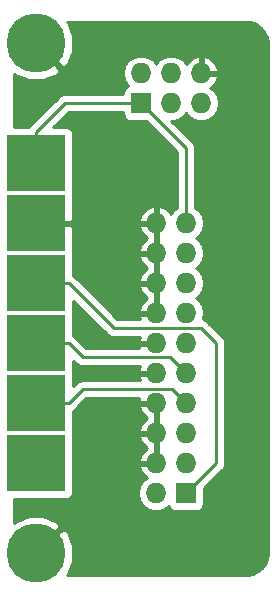
<source format=gbl>
G04 #@! TF.GenerationSoftware,KiCad,Pcbnew,5.0.2+dfsg1-1*
G04 #@! TF.CreationDate,2019-05-16T22:01:56-07:00*
G04 #@! TF.ProjectId,jlink-c2d-adapter,6a6c696e-6b2d-4633-9264-2d6164617074,rev?*
G04 #@! TF.SameCoordinates,Original*
G04 #@! TF.FileFunction,Copper,L2,Bot*
G04 #@! TF.FilePolarity,Positive*
%FSLAX46Y46*%
G04 Gerber Fmt 4.6, Leading zero omitted, Abs format (unit mm)*
G04 Created by KiCad (PCBNEW 5.0.2+dfsg1-1) date Thu 16 May 2019 10:01:56 PM PDT*
%MOMM*%
%LPD*%
G01*
G04 APERTURE LIST*
G04 #@! TA.AperFunction,ComponentPad*
%ADD10R,5.000000X4.800000*%
G04 #@! TD*
G04 #@! TA.AperFunction,ComponentPad*
%ADD11R,1.727200X1.727200*%
G04 #@! TD*
G04 #@! TA.AperFunction,ComponentPad*
%ADD12O,1.727200X1.727200*%
G04 #@! TD*
G04 #@! TA.AperFunction,ComponentPad*
%ADD13C,5.000000*%
G04 #@! TD*
G04 #@! TA.AperFunction,Conductor*
%ADD14C,0.250000*%
G04 #@! TD*
G04 #@! TA.AperFunction,Conductor*
%ADD15C,0.254000*%
G04 #@! TD*
G04 APERTURE END LIST*
D10*
G04 #@! TO.P,J4,6*
G04 #@! TO.N,/~RESET*
X114300000Y-96520000D03*
G04 #@! TO.P,J4,5*
G04 #@! TO.N,/TMS_C2D*
X114300000Y-91440000D03*
G04 #@! TO.P,J4,4*
G04 #@! TO.N,/TCK_C2CK*
X114300000Y-86360000D03*
G04 #@! TO.P,J4,3*
G04 #@! TO.N,+3V3*
X114300000Y-81280000D03*
G04 #@! TO.P,J4,2*
G04 #@! TO.N,GND*
X114300000Y-76200000D03*
G04 #@! TO.P,J4,1*
G04 #@! TO.N,+5V*
X114300000Y-71120000D03*
G04 #@! TD*
D11*
G04 #@! TO.P,J1,1*
G04 #@! TO.N,+3V3*
X127000000Y-99060000D03*
D12*
G04 #@! TO.P,J1,2*
G04 #@! TO.N,N/C*
X124460000Y-99060000D03*
G04 #@! TO.P,J1,3*
X127000000Y-96520000D03*
G04 #@! TO.P,J1,4*
G04 #@! TO.N,GND*
X124460000Y-96520000D03*
G04 #@! TO.P,J1,5*
G04 #@! TO.N,N/C*
X127000000Y-93980000D03*
G04 #@! TO.P,J1,6*
G04 #@! TO.N,GND*
X124460000Y-93980000D03*
G04 #@! TO.P,J1,7*
G04 #@! TO.N,/TMS_C2D*
X127000000Y-91440000D03*
G04 #@! TO.P,J1,8*
G04 #@! TO.N,GND*
X124460000Y-91440000D03*
G04 #@! TO.P,J1,9*
G04 #@! TO.N,/TCK_C2CK*
X127000000Y-88900000D03*
G04 #@! TO.P,J1,10*
G04 #@! TO.N,GND*
X124460000Y-88900000D03*
G04 #@! TO.P,J1,11*
G04 #@! TO.N,N/C*
X127000000Y-86360000D03*
G04 #@! TO.P,J1,12*
G04 #@! TO.N,GND*
X124460000Y-86360000D03*
G04 #@! TO.P,J1,13*
G04 #@! TO.N,N/C*
X127000000Y-83820000D03*
G04 #@! TO.P,J1,14*
G04 #@! TO.N,GND*
X124460000Y-83820000D03*
G04 #@! TO.P,J1,15*
G04 #@! TO.N,N/C*
X127000000Y-81280000D03*
G04 #@! TO.P,J1,16*
G04 #@! TO.N,GND*
X124460000Y-81280000D03*
G04 #@! TO.P,J1,17*
G04 #@! TO.N,N/C*
X127000000Y-78740000D03*
G04 #@! TO.P,J1,18*
G04 #@! TO.N,GND*
X124460000Y-78740000D03*
G04 #@! TO.P,J1,19*
G04 #@! TO.N,+5V*
X127000000Y-76200000D03*
G04 #@! TO.P,J1,20*
G04 #@! TO.N,GND*
X124460000Y-76200000D03*
G04 #@! TD*
D11*
G04 #@! TO.P,J2,1*
G04 #@! TO.N,+5V*
X123190000Y-66040000D03*
D12*
G04 #@! TO.P,J2,2*
G04 #@! TO.N,+3V3*
X123190000Y-63500000D03*
G04 #@! TO.P,J2,3*
G04 #@! TO.N,/TCK_C2CK*
X125730000Y-66040000D03*
G04 #@! TO.P,J2,4*
G04 #@! TO.N,/TMS_C2D*
X125730000Y-63500000D03*
G04 #@! TO.P,J2,5*
G04 #@! TO.N,/~RESET*
X128270000Y-66040000D03*
G04 #@! TO.P,J2,6*
G04 #@! TO.N,GND*
X128270000Y-63500000D03*
G04 #@! TD*
D13*
G04 #@! TO.P,REF\002A\002A,1*
G04 #@! TO.N,GND*
X114300000Y-60960000D03*
G04 #@! TD*
G04 #@! TO.P,REF\002A\002A,1*
G04 #@! TO.N,GND*
X114300000Y-104140000D03*
G04 #@! TD*
D14*
G04 #@! TO.N,+5V*
X116730000Y-66040000D02*
X114300000Y-68470000D01*
X123190000Y-66040000D02*
X116730000Y-66040000D01*
X114300000Y-68470000D02*
X114300000Y-71120000D01*
X127000000Y-76200000D02*
X127000000Y-69850000D01*
X127000000Y-69850000D02*
X123190000Y-66040000D01*
G04 #@! TO.N,/TMS_C2D*
X118238601Y-90251399D02*
X117050000Y-91440000D01*
X127000000Y-91440000D02*
X125811399Y-90251399D01*
X125811399Y-90251399D02*
X118238601Y-90251399D01*
X117050000Y-91440000D02*
X114300000Y-91440000D01*
G04 #@! TO.N,/TCK_C2CK*
X127000000Y-88900000D02*
X125648601Y-87548601D01*
X118238601Y-87548601D02*
X117050000Y-86360000D01*
X125648601Y-87548601D02*
X118238601Y-87548601D01*
X117050000Y-86360000D02*
X114300000Y-86360000D01*
G04 #@! TO.N,+3V3*
X117050000Y-81280000D02*
X120860000Y-85090000D01*
X114300000Y-81280000D02*
X117050000Y-81280000D01*
X120860000Y-85090000D02*
X128270000Y-85090000D01*
X128270000Y-85090000D02*
X129540000Y-86360000D01*
X129540000Y-86360000D02*
X129540000Y-96520000D01*
X129540000Y-96520000D02*
X127000000Y-99060000D01*
G04 #@! TD*
D15*
G04 #@! TO.N,GND*
G36*
X132533698Y-59192958D02*
X132958893Y-59361305D01*
X133328858Y-59630101D01*
X133620356Y-59982462D01*
X133815067Y-60396244D01*
X133907093Y-60878662D01*
X133910000Y-60971164D01*
X133910001Y-104095326D01*
X133847042Y-104593699D01*
X133678697Y-105018889D01*
X133409899Y-105388859D01*
X133057541Y-105680355D01*
X132643756Y-105875067D01*
X132161339Y-105967093D01*
X132068836Y-105970000D01*
X116875405Y-105970000D01*
X116958564Y-105914579D01*
X117435294Y-104762108D01*
X117434705Y-103514928D01*
X116958564Y-102365421D01*
X116535880Y-102083725D01*
X114479605Y-104140000D01*
X114493748Y-104154143D01*
X114314143Y-104333748D01*
X114300000Y-104319605D01*
X114285858Y-104333748D01*
X114106253Y-104154143D01*
X114120395Y-104140000D01*
X114106253Y-104125858D01*
X114285858Y-103946253D01*
X114300000Y-103960395D01*
X116356275Y-101904120D01*
X116074579Y-101481436D01*
X114922108Y-101004706D01*
X113674928Y-101005295D01*
X112525421Y-101481436D01*
X112470000Y-101564595D01*
X112470000Y-99567440D01*
X116800000Y-99567440D01*
X117047765Y-99518157D01*
X117257809Y-99377809D01*
X117398157Y-99167765D01*
X117447440Y-98920000D01*
X117447440Y-94339026D01*
X123005042Y-94339026D01*
X123177312Y-94754947D01*
X123571510Y-95186821D01*
X123706313Y-95250000D01*
X123571510Y-95313179D01*
X123177312Y-95745053D01*
X123005042Y-96160974D01*
X123126183Y-96393000D01*
X124333000Y-96393000D01*
X124333000Y-94107000D01*
X123126183Y-94107000D01*
X123005042Y-94339026D01*
X117447440Y-94339026D01*
X117447440Y-94120000D01*
X117419593Y-93980000D01*
X117447440Y-93840000D01*
X117447440Y-92088483D01*
X117597929Y-91987929D01*
X117640331Y-91924470D01*
X117765775Y-91799026D01*
X123005042Y-91799026D01*
X123177312Y-92214947D01*
X123571510Y-92646821D01*
X123706313Y-92710000D01*
X123571510Y-92773179D01*
X123177312Y-93205053D01*
X123005042Y-93620974D01*
X123126183Y-93853000D01*
X124333000Y-93853000D01*
X124333000Y-91567000D01*
X123126183Y-91567000D01*
X123005042Y-91799026D01*
X117765775Y-91799026D01*
X118553403Y-91011399D01*
X123033859Y-91011399D01*
X123005042Y-91080974D01*
X123126183Y-91313000D01*
X124333000Y-91313000D01*
X124333000Y-91293000D01*
X124587000Y-91293000D01*
X124587000Y-91313000D01*
X124607000Y-91313000D01*
X124607000Y-91567000D01*
X124587000Y-91567000D01*
X124587000Y-93853000D01*
X124607000Y-93853000D01*
X124607000Y-94107000D01*
X124587000Y-94107000D01*
X124587000Y-96393000D01*
X124607000Y-96393000D01*
X124607000Y-96647000D01*
X124587000Y-96647000D01*
X124587000Y-96667000D01*
X124333000Y-96667000D01*
X124333000Y-96647000D01*
X123126183Y-96647000D01*
X123005042Y-96879026D01*
X123177312Y-97294947D01*
X123571510Y-97726821D01*
X123681021Y-97778146D01*
X123379570Y-97979570D01*
X123048350Y-98475275D01*
X122932041Y-99060000D01*
X123048350Y-99644725D01*
X123379570Y-100140430D01*
X123875275Y-100471650D01*
X124312402Y-100558600D01*
X124607598Y-100558600D01*
X125044725Y-100471650D01*
X125533068Y-100145349D01*
X125538243Y-100171365D01*
X125678591Y-100381409D01*
X125888635Y-100521757D01*
X126136400Y-100571040D01*
X127863600Y-100571040D01*
X128111365Y-100521757D01*
X128321409Y-100381409D01*
X128461757Y-100171365D01*
X128511040Y-99923600D01*
X128511040Y-98623762D01*
X130024476Y-97110327D01*
X130087929Y-97067929D01*
X130130327Y-97004476D01*
X130130329Y-97004474D01*
X130255903Y-96816538D01*
X130255904Y-96816537D01*
X130300000Y-96594852D01*
X130300000Y-96594848D01*
X130314888Y-96520001D01*
X130300000Y-96445154D01*
X130300000Y-86434846D01*
X130314888Y-86359999D01*
X130300000Y-86285152D01*
X130300000Y-86285148D01*
X130255904Y-86063463D01*
X130087929Y-85812071D01*
X130024473Y-85769671D01*
X128860331Y-84605530D01*
X128817929Y-84542071D01*
X128566537Y-84374096D01*
X128423406Y-84345625D01*
X128527959Y-83820000D01*
X128411650Y-83235275D01*
X128080430Y-82739570D01*
X127796719Y-82550000D01*
X128080430Y-82360430D01*
X128411650Y-81864725D01*
X128527959Y-81280000D01*
X128411650Y-80695275D01*
X128080430Y-80199570D01*
X127796719Y-80010000D01*
X128080430Y-79820430D01*
X128411650Y-79324725D01*
X128527959Y-78740000D01*
X128411650Y-78155275D01*
X128080430Y-77659570D01*
X127796719Y-77470000D01*
X128080430Y-77280430D01*
X128411650Y-76784725D01*
X128527959Y-76200000D01*
X128411650Y-75615275D01*
X128080430Y-75119570D01*
X127760000Y-74905465D01*
X127760000Y-69924848D01*
X127774888Y-69850000D01*
X127760000Y-69775152D01*
X127760000Y-69775148D01*
X127715904Y-69553463D01*
X127715904Y-69553462D01*
X127590329Y-69365527D01*
X127547929Y-69302071D01*
X127484473Y-69259671D01*
X125763402Y-67538600D01*
X125877598Y-67538600D01*
X126314725Y-67451650D01*
X126810430Y-67120430D01*
X127000000Y-66836719D01*
X127189570Y-67120430D01*
X127685275Y-67451650D01*
X128122402Y-67538600D01*
X128417598Y-67538600D01*
X128854725Y-67451650D01*
X129350430Y-67120430D01*
X129681650Y-66624725D01*
X129797959Y-66040000D01*
X129681650Y-65455275D01*
X129350430Y-64959570D01*
X129062174Y-64766963D01*
X129476821Y-64388490D01*
X129724968Y-63859027D01*
X129604469Y-63627000D01*
X128397000Y-63627000D01*
X128397000Y-63647000D01*
X128143000Y-63647000D01*
X128143000Y-63627000D01*
X128123000Y-63627000D01*
X128123000Y-63373000D01*
X128143000Y-63373000D01*
X128143000Y-62166183D01*
X128397000Y-62166183D01*
X128397000Y-63373000D01*
X129604469Y-63373000D01*
X129724968Y-63140973D01*
X129476821Y-62611510D01*
X129044947Y-62217312D01*
X128629026Y-62045042D01*
X128397000Y-62166183D01*
X128143000Y-62166183D01*
X127910974Y-62045042D01*
X127495053Y-62217312D01*
X127063179Y-62611510D01*
X127011854Y-62721021D01*
X126810430Y-62419570D01*
X126314725Y-62088350D01*
X125877598Y-62001400D01*
X125582402Y-62001400D01*
X125145275Y-62088350D01*
X124649570Y-62419570D01*
X124460000Y-62703281D01*
X124270430Y-62419570D01*
X123774725Y-62088350D01*
X123337598Y-62001400D01*
X123042402Y-62001400D01*
X122605275Y-62088350D01*
X122109570Y-62419570D01*
X121778350Y-62915275D01*
X121662041Y-63500000D01*
X121778350Y-64084725D01*
X122104651Y-64573068D01*
X122078635Y-64578243D01*
X121868591Y-64718591D01*
X121728243Y-64928635D01*
X121678960Y-65176400D01*
X121678960Y-65280000D01*
X116804847Y-65280000D01*
X116730000Y-65265112D01*
X116655153Y-65280000D01*
X116655148Y-65280000D01*
X116433463Y-65324096D01*
X116182071Y-65492071D01*
X116139671Y-65555527D01*
X113815530Y-67879669D01*
X113752071Y-67922071D01*
X113651518Y-68072560D01*
X112470000Y-68072560D01*
X112470000Y-63535405D01*
X112525421Y-63618564D01*
X113677892Y-64095294D01*
X114925072Y-64094705D01*
X116074579Y-63618564D01*
X116356275Y-63195880D01*
X114300000Y-61139605D01*
X114285858Y-61153748D01*
X114106253Y-60974143D01*
X114120395Y-60960000D01*
X114106253Y-60945858D01*
X114285858Y-60766253D01*
X114300000Y-60780395D01*
X114314143Y-60766253D01*
X114493748Y-60945858D01*
X114479605Y-60960000D01*
X116535880Y-63016275D01*
X116958564Y-62734579D01*
X117435294Y-61582108D01*
X117434705Y-60334928D01*
X116958564Y-59185421D01*
X116875405Y-59130000D01*
X132035334Y-59130000D01*
X132533698Y-59192958D01*
X132533698Y-59192958D01*
G37*
X132533698Y-59192958D02*
X132958893Y-59361305D01*
X133328858Y-59630101D01*
X133620356Y-59982462D01*
X133815067Y-60396244D01*
X133907093Y-60878662D01*
X133910000Y-60971164D01*
X133910001Y-104095326D01*
X133847042Y-104593699D01*
X133678697Y-105018889D01*
X133409899Y-105388859D01*
X133057541Y-105680355D01*
X132643756Y-105875067D01*
X132161339Y-105967093D01*
X132068836Y-105970000D01*
X116875405Y-105970000D01*
X116958564Y-105914579D01*
X117435294Y-104762108D01*
X117434705Y-103514928D01*
X116958564Y-102365421D01*
X116535880Y-102083725D01*
X114479605Y-104140000D01*
X114493748Y-104154143D01*
X114314143Y-104333748D01*
X114300000Y-104319605D01*
X114285858Y-104333748D01*
X114106253Y-104154143D01*
X114120395Y-104140000D01*
X114106253Y-104125858D01*
X114285858Y-103946253D01*
X114300000Y-103960395D01*
X116356275Y-101904120D01*
X116074579Y-101481436D01*
X114922108Y-101004706D01*
X113674928Y-101005295D01*
X112525421Y-101481436D01*
X112470000Y-101564595D01*
X112470000Y-99567440D01*
X116800000Y-99567440D01*
X117047765Y-99518157D01*
X117257809Y-99377809D01*
X117398157Y-99167765D01*
X117447440Y-98920000D01*
X117447440Y-94339026D01*
X123005042Y-94339026D01*
X123177312Y-94754947D01*
X123571510Y-95186821D01*
X123706313Y-95250000D01*
X123571510Y-95313179D01*
X123177312Y-95745053D01*
X123005042Y-96160974D01*
X123126183Y-96393000D01*
X124333000Y-96393000D01*
X124333000Y-94107000D01*
X123126183Y-94107000D01*
X123005042Y-94339026D01*
X117447440Y-94339026D01*
X117447440Y-94120000D01*
X117419593Y-93980000D01*
X117447440Y-93840000D01*
X117447440Y-92088483D01*
X117597929Y-91987929D01*
X117640331Y-91924470D01*
X117765775Y-91799026D01*
X123005042Y-91799026D01*
X123177312Y-92214947D01*
X123571510Y-92646821D01*
X123706313Y-92710000D01*
X123571510Y-92773179D01*
X123177312Y-93205053D01*
X123005042Y-93620974D01*
X123126183Y-93853000D01*
X124333000Y-93853000D01*
X124333000Y-91567000D01*
X123126183Y-91567000D01*
X123005042Y-91799026D01*
X117765775Y-91799026D01*
X118553403Y-91011399D01*
X123033859Y-91011399D01*
X123005042Y-91080974D01*
X123126183Y-91313000D01*
X124333000Y-91313000D01*
X124333000Y-91293000D01*
X124587000Y-91293000D01*
X124587000Y-91313000D01*
X124607000Y-91313000D01*
X124607000Y-91567000D01*
X124587000Y-91567000D01*
X124587000Y-93853000D01*
X124607000Y-93853000D01*
X124607000Y-94107000D01*
X124587000Y-94107000D01*
X124587000Y-96393000D01*
X124607000Y-96393000D01*
X124607000Y-96647000D01*
X124587000Y-96647000D01*
X124587000Y-96667000D01*
X124333000Y-96667000D01*
X124333000Y-96647000D01*
X123126183Y-96647000D01*
X123005042Y-96879026D01*
X123177312Y-97294947D01*
X123571510Y-97726821D01*
X123681021Y-97778146D01*
X123379570Y-97979570D01*
X123048350Y-98475275D01*
X122932041Y-99060000D01*
X123048350Y-99644725D01*
X123379570Y-100140430D01*
X123875275Y-100471650D01*
X124312402Y-100558600D01*
X124607598Y-100558600D01*
X125044725Y-100471650D01*
X125533068Y-100145349D01*
X125538243Y-100171365D01*
X125678591Y-100381409D01*
X125888635Y-100521757D01*
X126136400Y-100571040D01*
X127863600Y-100571040D01*
X128111365Y-100521757D01*
X128321409Y-100381409D01*
X128461757Y-100171365D01*
X128511040Y-99923600D01*
X128511040Y-98623762D01*
X130024476Y-97110327D01*
X130087929Y-97067929D01*
X130130327Y-97004476D01*
X130130329Y-97004474D01*
X130255903Y-96816538D01*
X130255904Y-96816537D01*
X130300000Y-96594852D01*
X130300000Y-96594848D01*
X130314888Y-96520001D01*
X130300000Y-96445154D01*
X130300000Y-86434846D01*
X130314888Y-86359999D01*
X130300000Y-86285152D01*
X130300000Y-86285148D01*
X130255904Y-86063463D01*
X130087929Y-85812071D01*
X130024473Y-85769671D01*
X128860331Y-84605530D01*
X128817929Y-84542071D01*
X128566537Y-84374096D01*
X128423406Y-84345625D01*
X128527959Y-83820000D01*
X128411650Y-83235275D01*
X128080430Y-82739570D01*
X127796719Y-82550000D01*
X128080430Y-82360430D01*
X128411650Y-81864725D01*
X128527959Y-81280000D01*
X128411650Y-80695275D01*
X128080430Y-80199570D01*
X127796719Y-80010000D01*
X128080430Y-79820430D01*
X128411650Y-79324725D01*
X128527959Y-78740000D01*
X128411650Y-78155275D01*
X128080430Y-77659570D01*
X127796719Y-77470000D01*
X128080430Y-77280430D01*
X128411650Y-76784725D01*
X128527959Y-76200000D01*
X128411650Y-75615275D01*
X128080430Y-75119570D01*
X127760000Y-74905465D01*
X127760000Y-69924848D01*
X127774888Y-69850000D01*
X127760000Y-69775152D01*
X127760000Y-69775148D01*
X127715904Y-69553463D01*
X127715904Y-69553462D01*
X127590329Y-69365527D01*
X127547929Y-69302071D01*
X127484473Y-69259671D01*
X125763402Y-67538600D01*
X125877598Y-67538600D01*
X126314725Y-67451650D01*
X126810430Y-67120430D01*
X127000000Y-66836719D01*
X127189570Y-67120430D01*
X127685275Y-67451650D01*
X128122402Y-67538600D01*
X128417598Y-67538600D01*
X128854725Y-67451650D01*
X129350430Y-67120430D01*
X129681650Y-66624725D01*
X129797959Y-66040000D01*
X129681650Y-65455275D01*
X129350430Y-64959570D01*
X129062174Y-64766963D01*
X129476821Y-64388490D01*
X129724968Y-63859027D01*
X129604469Y-63627000D01*
X128397000Y-63627000D01*
X128397000Y-63647000D01*
X128143000Y-63647000D01*
X128143000Y-63627000D01*
X128123000Y-63627000D01*
X128123000Y-63373000D01*
X128143000Y-63373000D01*
X128143000Y-62166183D01*
X128397000Y-62166183D01*
X128397000Y-63373000D01*
X129604469Y-63373000D01*
X129724968Y-63140973D01*
X129476821Y-62611510D01*
X129044947Y-62217312D01*
X128629026Y-62045042D01*
X128397000Y-62166183D01*
X128143000Y-62166183D01*
X127910974Y-62045042D01*
X127495053Y-62217312D01*
X127063179Y-62611510D01*
X127011854Y-62721021D01*
X126810430Y-62419570D01*
X126314725Y-62088350D01*
X125877598Y-62001400D01*
X125582402Y-62001400D01*
X125145275Y-62088350D01*
X124649570Y-62419570D01*
X124460000Y-62703281D01*
X124270430Y-62419570D01*
X123774725Y-62088350D01*
X123337598Y-62001400D01*
X123042402Y-62001400D01*
X122605275Y-62088350D01*
X122109570Y-62419570D01*
X121778350Y-62915275D01*
X121662041Y-63500000D01*
X121778350Y-64084725D01*
X122104651Y-64573068D01*
X122078635Y-64578243D01*
X121868591Y-64718591D01*
X121728243Y-64928635D01*
X121678960Y-65176400D01*
X121678960Y-65280000D01*
X116804847Y-65280000D01*
X116730000Y-65265112D01*
X116655153Y-65280000D01*
X116655148Y-65280000D01*
X116433463Y-65324096D01*
X116182071Y-65492071D01*
X116139671Y-65555527D01*
X113815530Y-67879669D01*
X113752071Y-67922071D01*
X113651518Y-68072560D01*
X112470000Y-68072560D01*
X112470000Y-63535405D01*
X112525421Y-63618564D01*
X113677892Y-64095294D01*
X114925072Y-64094705D01*
X116074579Y-63618564D01*
X116356275Y-63195880D01*
X114300000Y-61139605D01*
X114285858Y-61153748D01*
X114106253Y-60974143D01*
X114120395Y-60960000D01*
X114106253Y-60945858D01*
X114285858Y-60766253D01*
X114300000Y-60780395D01*
X114314143Y-60766253D01*
X114493748Y-60945858D01*
X114479605Y-60960000D01*
X116535880Y-63016275D01*
X116958564Y-62734579D01*
X117435294Y-61582108D01*
X117434705Y-60334928D01*
X116958564Y-59185421D01*
X116875405Y-59130000D01*
X132035334Y-59130000D01*
X132533698Y-59192958D01*
G36*
X117648271Y-88033073D02*
X117690672Y-88096530D01*
X117754128Y-88138930D01*
X117942063Y-88264505D01*
X117990206Y-88274081D01*
X118163749Y-88308601D01*
X118163753Y-88308601D01*
X118238601Y-88323489D01*
X118313449Y-88308601D01*
X123101288Y-88308601D01*
X123005042Y-88540974D01*
X123126183Y-88773000D01*
X124333000Y-88773000D01*
X124333000Y-88753000D01*
X124587000Y-88753000D01*
X124587000Y-88773000D01*
X124607000Y-88773000D01*
X124607000Y-89027000D01*
X124587000Y-89027000D01*
X124587000Y-89047000D01*
X124333000Y-89047000D01*
X124333000Y-89027000D01*
X123126183Y-89027000D01*
X123005042Y-89259026D01*
X123101288Y-89491399D01*
X118313449Y-89491399D01*
X118238601Y-89476511D01*
X118163753Y-89491399D01*
X118163749Y-89491399D01*
X117990206Y-89525919D01*
X117942063Y-89535495D01*
X117755019Y-89660475D01*
X117690672Y-89703470D01*
X117648272Y-89766926D01*
X117447440Y-89967758D01*
X117447440Y-89040000D01*
X117419593Y-88900000D01*
X117447440Y-88760000D01*
X117447440Y-87832242D01*
X117648271Y-88033073D01*
X117648271Y-88033073D01*
G37*
X117648271Y-88033073D02*
X117690672Y-88096530D01*
X117754128Y-88138930D01*
X117942063Y-88264505D01*
X117990206Y-88274081D01*
X118163749Y-88308601D01*
X118163753Y-88308601D01*
X118238601Y-88323489D01*
X118313449Y-88308601D01*
X123101288Y-88308601D01*
X123005042Y-88540974D01*
X123126183Y-88773000D01*
X124333000Y-88773000D01*
X124333000Y-88753000D01*
X124587000Y-88753000D01*
X124587000Y-88773000D01*
X124607000Y-88773000D01*
X124607000Y-89027000D01*
X124587000Y-89027000D01*
X124587000Y-89047000D01*
X124333000Y-89047000D01*
X124333000Y-89027000D01*
X123126183Y-89027000D01*
X123005042Y-89259026D01*
X123101288Y-89491399D01*
X118313449Y-89491399D01*
X118238601Y-89476511D01*
X118163753Y-89491399D01*
X118163749Y-89491399D01*
X117990206Y-89525919D01*
X117942063Y-89535495D01*
X117755019Y-89660475D01*
X117690672Y-89703470D01*
X117648272Y-89766926D01*
X117447440Y-89967758D01*
X117447440Y-89040000D01*
X117419593Y-88900000D01*
X117447440Y-88760000D01*
X117447440Y-87832242D01*
X117648271Y-88033073D01*
G36*
X120269670Y-85574472D02*
X120312071Y-85637929D01*
X120375527Y-85680329D01*
X120563462Y-85805904D01*
X120611605Y-85815480D01*
X120785148Y-85850000D01*
X120785152Y-85850000D01*
X120860000Y-85864888D01*
X120934848Y-85850000D01*
X123067574Y-85850000D01*
X123005042Y-86000974D01*
X123126183Y-86233000D01*
X124333000Y-86233000D01*
X124333000Y-86213000D01*
X124587000Y-86213000D01*
X124587000Y-86233000D01*
X124607000Y-86233000D01*
X124607000Y-86487000D01*
X124587000Y-86487000D01*
X124587000Y-86507000D01*
X124333000Y-86507000D01*
X124333000Y-86487000D01*
X123126183Y-86487000D01*
X123005042Y-86719026D01*
X123033859Y-86788601D01*
X118553403Y-86788601D01*
X117640331Y-85875530D01*
X117597929Y-85812071D01*
X117447440Y-85711517D01*
X117447440Y-83960000D01*
X117419593Y-83820000D01*
X117447440Y-83680000D01*
X117447440Y-82752241D01*
X120269670Y-85574472D01*
X120269670Y-85574472D01*
G37*
X120269670Y-85574472D02*
X120312071Y-85637929D01*
X120375527Y-85680329D01*
X120563462Y-85805904D01*
X120611605Y-85815480D01*
X120785148Y-85850000D01*
X120785152Y-85850000D01*
X120860000Y-85864888D01*
X120934848Y-85850000D01*
X123067574Y-85850000D01*
X123005042Y-86000974D01*
X123126183Y-86233000D01*
X124333000Y-86233000D01*
X124333000Y-86213000D01*
X124587000Y-86213000D01*
X124587000Y-86233000D01*
X124607000Y-86233000D01*
X124607000Y-86487000D01*
X124587000Y-86487000D01*
X124587000Y-86507000D01*
X124333000Y-86507000D01*
X124333000Y-86487000D01*
X123126183Y-86487000D01*
X123005042Y-86719026D01*
X123033859Y-86788601D01*
X118553403Y-86788601D01*
X117640331Y-85875530D01*
X117597929Y-85812071D01*
X117447440Y-85711517D01*
X117447440Y-83960000D01*
X117419593Y-83820000D01*
X117447440Y-83680000D01*
X117447440Y-82752241D01*
X120269670Y-85574472D01*
G36*
X121678960Y-66903600D02*
X121728243Y-67151365D01*
X121868591Y-67361409D01*
X122078635Y-67501757D01*
X122326400Y-67551040D01*
X123626239Y-67551040D01*
X126240001Y-70164803D01*
X126240000Y-74905465D01*
X125919570Y-75119570D01*
X125726963Y-75407826D01*
X125348490Y-74993179D01*
X124819027Y-74745032D01*
X124587000Y-74865531D01*
X124587000Y-76073000D01*
X124607000Y-76073000D01*
X124607000Y-76327000D01*
X124587000Y-76327000D01*
X124587000Y-78613000D01*
X124607000Y-78613000D01*
X124607000Y-78867000D01*
X124587000Y-78867000D01*
X124587000Y-81153000D01*
X124607000Y-81153000D01*
X124607000Y-81407000D01*
X124587000Y-81407000D01*
X124587000Y-83693000D01*
X124607000Y-83693000D01*
X124607000Y-83947000D01*
X124587000Y-83947000D01*
X124587000Y-83967000D01*
X124333000Y-83967000D01*
X124333000Y-83947000D01*
X123126183Y-83947000D01*
X123005042Y-84179026D01*
X123067574Y-84330000D01*
X121174802Y-84330000D01*
X118483828Y-81639026D01*
X123005042Y-81639026D01*
X123177312Y-82054947D01*
X123571510Y-82486821D01*
X123706313Y-82550000D01*
X123571510Y-82613179D01*
X123177312Y-83045053D01*
X123005042Y-83460974D01*
X123126183Y-83693000D01*
X124333000Y-83693000D01*
X124333000Y-81407000D01*
X123126183Y-81407000D01*
X123005042Y-81639026D01*
X118483828Y-81639026D01*
X117640331Y-80795530D01*
X117597929Y-80732071D01*
X117447440Y-80631517D01*
X117447440Y-79099026D01*
X123005042Y-79099026D01*
X123177312Y-79514947D01*
X123571510Y-79946821D01*
X123706313Y-80010000D01*
X123571510Y-80073179D01*
X123177312Y-80505053D01*
X123005042Y-80920974D01*
X123126183Y-81153000D01*
X124333000Y-81153000D01*
X124333000Y-78867000D01*
X123126183Y-78867000D01*
X123005042Y-79099026D01*
X117447440Y-79099026D01*
X117447440Y-78880000D01*
X117422751Y-78755880D01*
X117435000Y-78726309D01*
X117435000Y-76559026D01*
X123005042Y-76559026D01*
X123177312Y-76974947D01*
X123571510Y-77406821D01*
X123706313Y-77470000D01*
X123571510Y-77533179D01*
X123177312Y-77965053D01*
X123005042Y-78380974D01*
X123126183Y-78613000D01*
X124333000Y-78613000D01*
X124333000Y-76327000D01*
X123126183Y-76327000D01*
X123005042Y-76559026D01*
X117435000Y-76559026D01*
X117435000Y-76485750D01*
X117276250Y-76327000D01*
X114427000Y-76327000D01*
X114427000Y-76347000D01*
X114173000Y-76347000D01*
X114173000Y-76327000D01*
X114153000Y-76327000D01*
X114153000Y-76073000D01*
X114173000Y-76073000D01*
X114173000Y-76053000D01*
X114427000Y-76053000D01*
X114427000Y-76073000D01*
X117276250Y-76073000D01*
X117435000Y-75914250D01*
X117435000Y-75840974D01*
X123005042Y-75840974D01*
X123126183Y-76073000D01*
X124333000Y-76073000D01*
X124333000Y-74865531D01*
X124100973Y-74745032D01*
X123571510Y-74993179D01*
X123177312Y-75425053D01*
X123005042Y-75840974D01*
X117435000Y-75840974D01*
X117435000Y-73673691D01*
X117422751Y-73644120D01*
X117447440Y-73520000D01*
X117447440Y-68720000D01*
X117398157Y-68472235D01*
X117257809Y-68262191D01*
X117047765Y-68121843D01*
X116800000Y-68072560D01*
X115772241Y-68072560D01*
X117044802Y-66800000D01*
X121678960Y-66800000D01*
X121678960Y-66903600D01*
X121678960Y-66903600D01*
G37*
X121678960Y-66903600D02*
X121728243Y-67151365D01*
X121868591Y-67361409D01*
X122078635Y-67501757D01*
X122326400Y-67551040D01*
X123626239Y-67551040D01*
X126240001Y-70164803D01*
X126240000Y-74905465D01*
X125919570Y-75119570D01*
X125726963Y-75407826D01*
X125348490Y-74993179D01*
X124819027Y-74745032D01*
X124587000Y-74865531D01*
X124587000Y-76073000D01*
X124607000Y-76073000D01*
X124607000Y-76327000D01*
X124587000Y-76327000D01*
X124587000Y-78613000D01*
X124607000Y-78613000D01*
X124607000Y-78867000D01*
X124587000Y-78867000D01*
X124587000Y-81153000D01*
X124607000Y-81153000D01*
X124607000Y-81407000D01*
X124587000Y-81407000D01*
X124587000Y-83693000D01*
X124607000Y-83693000D01*
X124607000Y-83947000D01*
X124587000Y-83947000D01*
X124587000Y-83967000D01*
X124333000Y-83967000D01*
X124333000Y-83947000D01*
X123126183Y-83947000D01*
X123005042Y-84179026D01*
X123067574Y-84330000D01*
X121174802Y-84330000D01*
X118483828Y-81639026D01*
X123005042Y-81639026D01*
X123177312Y-82054947D01*
X123571510Y-82486821D01*
X123706313Y-82550000D01*
X123571510Y-82613179D01*
X123177312Y-83045053D01*
X123005042Y-83460974D01*
X123126183Y-83693000D01*
X124333000Y-83693000D01*
X124333000Y-81407000D01*
X123126183Y-81407000D01*
X123005042Y-81639026D01*
X118483828Y-81639026D01*
X117640331Y-80795530D01*
X117597929Y-80732071D01*
X117447440Y-80631517D01*
X117447440Y-79099026D01*
X123005042Y-79099026D01*
X123177312Y-79514947D01*
X123571510Y-79946821D01*
X123706313Y-80010000D01*
X123571510Y-80073179D01*
X123177312Y-80505053D01*
X123005042Y-80920974D01*
X123126183Y-81153000D01*
X124333000Y-81153000D01*
X124333000Y-78867000D01*
X123126183Y-78867000D01*
X123005042Y-79099026D01*
X117447440Y-79099026D01*
X117447440Y-78880000D01*
X117422751Y-78755880D01*
X117435000Y-78726309D01*
X117435000Y-76559026D01*
X123005042Y-76559026D01*
X123177312Y-76974947D01*
X123571510Y-77406821D01*
X123706313Y-77470000D01*
X123571510Y-77533179D01*
X123177312Y-77965053D01*
X123005042Y-78380974D01*
X123126183Y-78613000D01*
X124333000Y-78613000D01*
X124333000Y-76327000D01*
X123126183Y-76327000D01*
X123005042Y-76559026D01*
X117435000Y-76559026D01*
X117435000Y-76485750D01*
X117276250Y-76327000D01*
X114427000Y-76327000D01*
X114427000Y-76347000D01*
X114173000Y-76347000D01*
X114173000Y-76327000D01*
X114153000Y-76327000D01*
X114153000Y-76073000D01*
X114173000Y-76073000D01*
X114173000Y-76053000D01*
X114427000Y-76053000D01*
X114427000Y-76073000D01*
X117276250Y-76073000D01*
X117435000Y-75914250D01*
X117435000Y-75840974D01*
X123005042Y-75840974D01*
X123126183Y-76073000D01*
X124333000Y-76073000D01*
X124333000Y-74865531D01*
X124100973Y-74745032D01*
X123571510Y-74993179D01*
X123177312Y-75425053D01*
X123005042Y-75840974D01*
X117435000Y-75840974D01*
X117435000Y-73673691D01*
X117422751Y-73644120D01*
X117447440Y-73520000D01*
X117447440Y-68720000D01*
X117398157Y-68472235D01*
X117257809Y-68262191D01*
X117047765Y-68121843D01*
X116800000Y-68072560D01*
X115772241Y-68072560D01*
X117044802Y-66800000D01*
X121678960Y-66800000D01*
X121678960Y-66903600D01*
G04 #@! TD*
M02*

</source>
